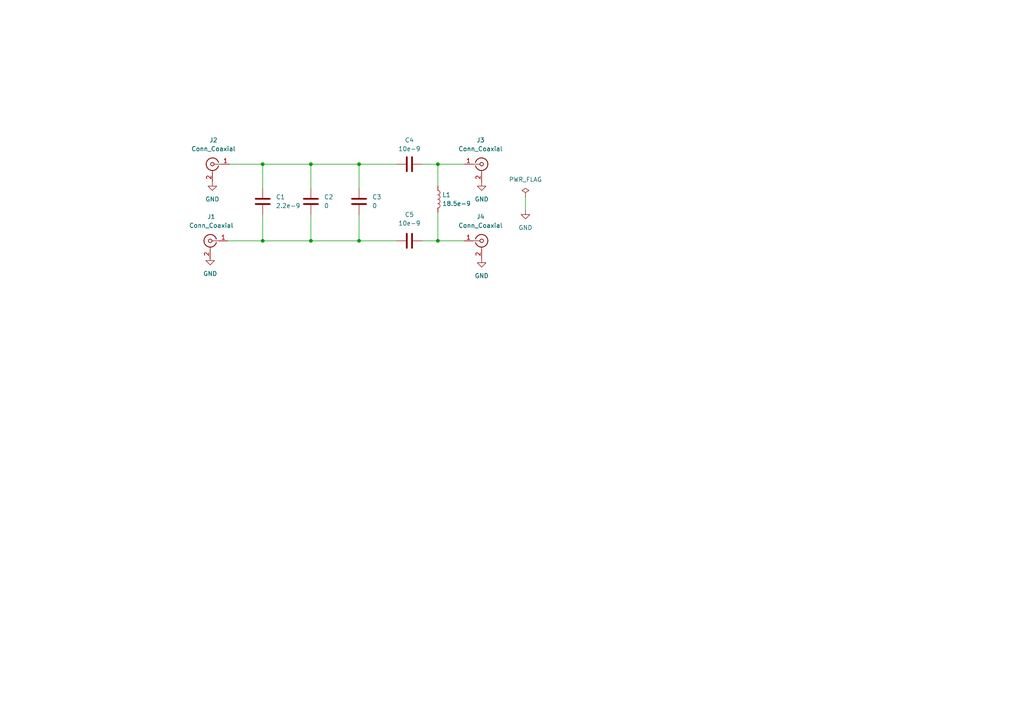
<source format=kicad_sch>
(kicad_sch (version 20211123) (generator eeschema)
  (paper "A4")
  (lib_symbols
    (symbol "Connector:Conn_Coaxial" (pin_names (offset 1.016) hide)
      (property "Reference" "J" (at 0.254 3.048 0))
      (property "Value" "Conn_Coaxial" (at 2.921 0 90))
      (symbol "Conn_Coaxial_0_1"
        (arc (start -1.778 -0.508) (mid 0.2311 -1.8066) (end 1.778 0) (stroke (width 0.254)))
        (polyline (pts (xy -2.54 0) (xy -0.508 0)))
        (polyline (pts (xy 0 -2.54) (xy 0 -1.778)))
        (circle (center 0 0) (radius 0.508) (stroke (width 0.2032)))
        (arc (start 1.778 0) (mid 0.2099 1.8101) (end -1.778 0.508) (stroke (width 0.254)))
      )
      (symbol "Conn_Coaxial_1_1"
        (pin passive line (at -5.08 0 0) (length 2.54) (name "In") (number "1"))
        (pin passive line (at 0 -5.08 90) (length 2.54) (name "Ext") (number "2"))
      )
    )
    (symbol "Device:C" (pin_numbers hide) (pin_names (offset 0.254))
      (property "Reference" "C" (at 0.635 2.54 0))
      (property "Value" "C" (at 0.635 -2.54 0))
      (symbol "C_0_1"
        (polyline (pts (xy -2.032 -0.762) (xy 2.032 -0.762)) (stroke (width 0.508)))
        (polyline (pts (xy -2.032 0.762) (xy 2.032 0.762)) (stroke (width 0.508)))
      )
      (symbol "C_1_1"
        (pin passive line (at 0 3.81 270) (length 2.794) (name "~") (number "1"))
        (pin passive line (at 0 -3.81 90) (length 2.794) (name "~") (number "2"))
      )
    )
    (symbol "Device:L" (pin_numbers hide) (pin_names (offset 1.016) hide)
      (property "Reference" "L" (at -1.27 0 90))
      (property "Value" "L" (at 1.905 0 90))
      (symbol "L_0_1"
        (arc (start 0 -2.54) (mid 0.635 -1.905) (end 0 -1.27))
        (arc (start 0 -1.27) (mid 0.635 -0.635) (end 0 0))
        (arc (start 0 0) (mid 0.635 0.635) (end 0 1.27))
        (arc (start 0 1.27) (mid 0.635 1.905) (end 0 2.54))
      )
      (symbol "L_1_1"
        (pin passive line (at 0 3.81 270) (length 1.27) (name "1") (number "1"))
        (pin passive line (at 0 -3.81 90) (length 1.27) (name "2") (number "2"))
      )
    )
    (symbol "power:GND" (power) (pin_names (offset 0))
      (property "Value" "GND" (at 0 -3.81 0))
      (symbol "GND_0_1"
        (polyline (pts (xy 0 0) (xy 0 -1.27) (xy 1.27 -1.27) (xy 0 -2.54) (xy -1.27 -1.27) (xy 0 -1.27)))
      )
      (symbol "GND_1_1"
        (pin power_in line (at 0 0 270) (length 0) hide (name "GND") (number "1"))
      )
    )
    (symbol "power:PWR_FLAG" (power) (pin_numbers hide) (pin_names (offset 0) hide)
      (property "Value" "PWR_FLAG" (at 0 3.81 0))
      (symbol "PWR_FLAG_0_0"
        (pin power_out line (at 0 0 90) (length 0) (name "pwr") (number "1"))
      )
      (symbol "PWR_FLAG_0_1"
        (polyline (pts (xy 0 0) (xy 0 1.27) (xy -1.016 1.905) (xy 0 2.54) (xy 1.016 1.905) (xy 0 1.27)))
      )
    )
  )
  (junction (at 104.14 47.625))
  (junction (at 127 47.625))
  (junction (at 104.14 69.85))
  (junction (at 76.2 69.85))
  (junction (at 90.17 69.85))
  (junction (at 127 69.85))
  (junction (at 90.17 47.625))
  (junction (at 76.2 47.625))
  (wire (pts (xy 76.2 47.625) (xy 76.2 54.61)))
  (wire (pts (xy 76.2 69.85) (xy 90.17 69.85)))
  (wire (pts (xy 90.17 47.625) (xy 90.17 54.61)))
  (wire (pts (xy 104.14 62.23) (xy 104.14 69.85)))
  (wire (pts (xy 122.555 47.625) (xy 127 47.625)))
  (wire (pts (xy 127 47.625) (xy 127 53.975)))
  (wire (pts (xy 127 69.85) (xy 134.62 69.85)))
  (wire (pts (xy 127 61.595) (xy 127 69.85)))
  (wire (pts (xy 66.04 69.85) (xy 76.2 69.85)))
  (wire (pts (xy 104.14 69.85) (xy 114.935 69.85)))
  (wire (pts (xy 66.675 47.625) (xy 76.2 47.625)))
  (wire (pts (xy 122.555 69.85) (xy 127 69.85)))
  (wire (pts (xy 90.17 62.23) (xy 90.17 69.85)))
  (wire (pts (xy 76.2 62.23) (xy 76.2 69.85)))
  (wire (pts (xy 60.96 74.93) (xy 60.96 74.295)))
  (wire (pts (xy 90.17 69.85) (xy 104.14 69.85)))
  (wire (pts (xy 90.17 47.625) (xy 104.14 47.625)))
  (wire (pts (xy 152.4 57.15) (xy 152.4 60.96)))
  (wire (pts (xy 104.14 54.61) (xy 104.14 47.625)))
  (wire (pts (xy 127 47.625) (xy 134.62 47.625)))
  (wire (pts (xy 76.2 47.625) (xy 90.17 47.625)))
  (wire (pts (xy 104.14 47.625) (xy 114.935 47.625)))
  (symbol (lib_id "Connector:Conn_Coaxial") (at 60.96 69.85 0) (mirror y) (unit 1)
    (property "Reference" "J1" (at 61.2774 62.865 0))
    (property "Value" "Conn_Coaxial" (at 61.2774 65.405 0))
    (property "Footprint" "SMAconnector:60312202114513_corrected" (effects hide))
    (property "Datasheet" " ~" (effects hide))
  )
  (symbol (lib_id "Connector:Conn_Coaxial") (at 61.595 47.625 0) (mirror y) (unit 1)
    (property "Reference" "J2" (at 61.9124 40.64 0))
    (property "Value" "Conn_Coaxial" (at 61.9124 43.18 0))
    (property "Footprint" "SMAconnector:60312202114513_corrected" (effects hide))
    (property "Datasheet" " ~" (effects hide))
  )
  (symbol (lib_id "Device:L") (at 127 57.785 0) (unit 1)
    (property "Reference" "L1" (at 128.27 56.5149 0) (effects (justify left)))
    (property "Value" "18.5e-9" (at 128.27 59.0549 0) (effects (justify left)))
    (property "Footprint" "coilcraftAxxTGL:AxxTGL" (effects hide))
  )
  (symbol (lib_id "Device:C") (at 118.745 69.85 270) (unit 1)
    (property "Reference" "C5" (at 118.745 62.23 90))
    (property "Value" "10e-9" (at 118.745 64.77 90))
    (property "Footprint" "Capacitor_SMD:C_1210_3225Metric_Pad1.33x2.70mm_HandSolder" (effects hide))
  )
  (symbol (lib_id "Device:C") (at 76.2 58.42 180) (unit 1)
    (property "Reference" "C1" (at 80.01 57.1499 0) (effects (justify right)))
    (property "Value" "2.2e-9" (at 80.01 59.6899 0) (effects (justify right)))
    (property "Footprint" "Capacitor_SMD:C_1210_3225Metric_Pad1.33x2.70mm_HandSolder" (effects hide))
  )
  (symbol (lib_id "power:GND") (at 60.96 74.295 0) (unit 1)
    (property "Reference" "#PWR01" (effects hide))
    (property "Value" "GND" (at 60.96 79.375 0))
  )
  (symbol (lib_id "power:GND") (at 152.4 60.96 0) (unit 1)
    (property "Reference" "#PWR05" (effects hide))
    (property "Value" "GND" (at 152.4 66.04 0))
  )
  (symbol (lib_id "power:GND") (at 139.7 74.93 0) (unit 1)
    (property "Reference" "#PWR04" (effects hide))
    (property "Value" "GND" (at 139.7 80.01 0))
  )
  (symbol (lib_id "Device:C") (at 118.745 47.625 270) (unit 1)
    (property "Reference" "C4" (at 118.745 40.64 90))
    (property "Value" "10e-9" (at 118.745 43.18 90))
    (property "Footprint" "Capacitor_SMD:C_1210_3225Metric_Pad1.33x2.70mm_HandSolder" (effects hide))
  )
  (symbol (lib_id "power:GND") (at 139.7 52.705 0) (unit 1)
    (property "Reference" "#PWR03" (effects hide))
    (property "Value" "GND" (at 139.7 57.785 0))
  )
  (symbol (lib_id "power:GND") (at 61.595 52.705 0) (unit 1)
    (property "Reference" "#PWR02" (effects hide))
    (property "Value" "GND" (at 61.595 57.785 0))
  )
  (symbol (lib_id "Device:C") (at 90.17 58.42 180) (unit 1)
    (property "Reference" "C2" (at 93.98 57.1499 0) (effects (justify right)))
    (property "Value" "0" (at 93.98 59.6899 0) (effects (justify right)))
    (property "Footprint" "Capacitor_SMD:C_1210_3225Metric_Pad1.33x2.70mm_HandSolder" (effects hide))
  )
  (symbol (lib_id "power:PWR_FLAG") (at 152.4 57.15 0) (unit 1)
    (property "Reference" "#FLG01" (effects hide))
    (property "Value" "PWR_FLAG" (at 152.4 52.07 0))
  )
  (symbol (lib_id "Connector:Conn_Coaxial") (at 139.7 69.85 0) (unit 1)
    (property "Reference" "J4" (at 139.3826 62.865 0))
    (property "Value" "Conn_Coaxial" (at 139.3826 65.405 0))
    (property "Footprint" "SMAconnector:60312202114513_corrected" (effects hide))
    (property "Datasheet" " ~" (effects hide))
  )
  (symbol (lib_id "Device:C") (at 104.14 58.42 180) (unit 1)
    (property "Reference" "C3" (at 107.95 57.1499 0) (effects (justify right)))
    (property "Value" "0" (at 107.95 59.6899 0) (effects (justify right)))
    (property "Footprint" "Capacitor_SMD:C_1210_3225Metric_Pad1.33x2.70mm_HandSolder" (effects hide))
  )
  (symbol (lib_id "Connector:Conn_Coaxial") (at 139.7 47.625 0) (unit 1)
    (property "Reference" "J3" (at 139.3826 40.64 0))
    (property "Value" "Conn_Coaxial" (at 139.3826 43.18 0))
    (property "Footprint" "SMAconnector:60312202114513_corrected" (effects hide))
    (property "Datasheet" " ~" (effects hide))
  )
)
</source>
